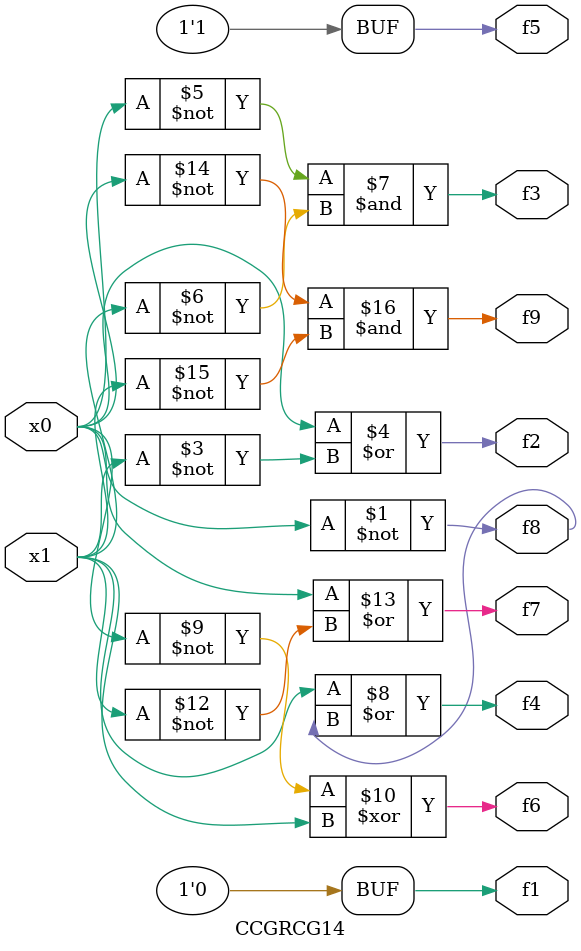
<source format=v>

module CCGRCG14 ( 
    x0, x1,
    f1, f2, f3, f4, f5, f6, f7, f8, f9  );
  input  x0, x1;
  output f1, f2, f3, f4, f5, f6, f7, f8, f9;
  assign f8 = ~x0;
  assign f2 = ~f8 | ~x1;
  assign f3 = ~x0 & ~x1;
  assign f4 = x1 | f8;
  assign f6 = ~x0 ^ x1;
  assign f1 = 1'b0;
  assign f5 = 1'b1;
  assign f7 = ~f8 | ~x1;
  assign f9 = ~x0 & ~x1;
endmodule



</source>
